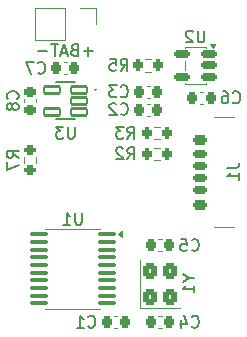
<source format=gbr>
%TF.GenerationSoftware,KiCad,Pcbnew,9.0.6*%
%TF.CreationDate,2025-11-17T13:54:39+01:00*%
%TF.ProjectId,CH32Console,43483332-436f-46e7-936f-6c652e6b6963,rev?*%
%TF.SameCoordinates,Original*%
%TF.FileFunction,Legend,Bot*%
%TF.FilePolarity,Positive*%
%FSLAX46Y46*%
G04 Gerber Fmt 4.6, Leading zero omitted, Abs format (unit mm)*
G04 Created by KiCad (PCBNEW 9.0.6) date 2025-11-17 13:54:39*
%MOMM*%
%LPD*%
G01*
G04 APERTURE LIST*
G04 Aperture macros list*
%AMRoundRect*
0 Rectangle with rounded corners*
0 $1 Rounding radius*
0 $2 $3 $4 $5 $6 $7 $8 $9 X,Y pos of 4 corners*
0 Add a 4 corners polygon primitive as box body*
4,1,4,$2,$3,$4,$5,$6,$7,$8,$9,$2,$3,0*
0 Add four circle primitives for the rounded corners*
1,1,$1+$1,$2,$3*
1,1,$1+$1,$4,$5*
1,1,$1+$1,$6,$7*
1,1,$1+$1,$8,$9*
0 Add four rect primitives between the rounded corners*
20,1,$1+$1,$2,$3,$4,$5,0*
20,1,$1+$1,$4,$5,$6,$7,0*
20,1,$1+$1,$6,$7,$8,$9,0*
20,1,$1+$1,$8,$9,$2,$3,0*%
G04 Aperture macros list end*
%ADD10C,0.150000*%
%ADD11C,0.120000*%
%ADD12C,0.127000*%
%ADD13C,0.900000*%
%ADD14RoundRect,0.150000X0.512500X0.150000X-0.512500X0.150000X-0.512500X-0.150000X0.512500X-0.150000X0*%
%ADD15RoundRect,0.102000X0.660000X0.295000X-0.660000X0.295000X-0.660000X-0.295000X0.660000X-0.295000X0*%
%ADD16RoundRect,0.225000X-0.250000X0.225000X-0.250000X-0.225000X0.250000X-0.225000X0.250000X0.225000X0*%
%ADD17RoundRect,0.225000X-0.225000X-0.250000X0.225000X-0.250000X0.225000X0.250000X-0.225000X0.250000X0*%
%ADD18R,1.700000X1.700000*%
%ADD19C,1.700000*%
%ADD20RoundRect,0.225000X0.225000X0.250000X-0.225000X0.250000X-0.225000X-0.250000X0.225000X-0.250000X0*%
%ADD21RoundRect,0.100000X0.637500X0.100000X-0.637500X0.100000X-0.637500X-0.100000X0.637500X-0.100000X0*%
%ADD22RoundRect,0.200000X-0.200000X-0.275000X0.200000X-0.275000X0.200000X0.275000X-0.200000X0.275000X0*%
%ADD23RoundRect,0.250000X0.350000X-0.450000X0.350000X0.450000X-0.350000X0.450000X-0.350000X-0.450000X0*%
%ADD24RoundRect,0.200000X0.200000X0.275000X-0.200000X0.275000X-0.200000X-0.275000X0.200000X-0.275000X0*%
%ADD25RoundRect,0.175000X-0.425000X0.175000X-0.425000X-0.175000X0.425000X-0.175000X0.425000X0.175000X0*%
%ADD26RoundRect,0.190000X0.410000X-0.190000X0.410000X0.190000X-0.410000X0.190000X-0.410000X-0.190000X0*%
%ADD27RoundRect,0.200000X0.400000X-0.200000X0.400000X0.200000X-0.400000X0.200000X-0.400000X-0.200000X0*%
%ADD28RoundRect,0.175000X0.425000X-0.175000X0.425000X0.175000X-0.425000X0.175000X-0.425000X-0.175000X0*%
%ADD29RoundRect,0.190000X-0.410000X0.190000X-0.410000X-0.190000X0.410000X-0.190000X0.410000X0.190000X0*%
%ADD30RoundRect,0.200000X-0.400000X0.200000X-0.400000X-0.200000X0.400000X-0.200000X0.400000X0.200000X0*%
%ADD31O,1.700000X1.100000*%
%ADD32RoundRect,0.200000X-0.275000X0.200000X-0.275000X-0.200000X0.275000X-0.200000X0.275000X0.200000X0*%
G04 APERTURE END LIST*
D10*
X180011904Y-67804819D02*
X180011904Y-68614342D01*
X180011904Y-68614342D02*
X179964285Y-68709580D01*
X179964285Y-68709580D02*
X179916666Y-68757200D01*
X179916666Y-68757200D02*
X179821428Y-68804819D01*
X179821428Y-68804819D02*
X179630952Y-68804819D01*
X179630952Y-68804819D02*
X179535714Y-68757200D01*
X179535714Y-68757200D02*
X179488095Y-68709580D01*
X179488095Y-68709580D02*
X179440476Y-68614342D01*
X179440476Y-68614342D02*
X179440476Y-67804819D01*
X179011904Y-67900057D02*
X178964285Y-67852438D01*
X178964285Y-67852438D02*
X178869047Y-67804819D01*
X178869047Y-67804819D02*
X178630952Y-67804819D01*
X178630952Y-67804819D02*
X178535714Y-67852438D01*
X178535714Y-67852438D02*
X178488095Y-67900057D01*
X178488095Y-67900057D02*
X178440476Y-67995295D01*
X178440476Y-67995295D02*
X178440476Y-68090533D01*
X178440476Y-68090533D02*
X178488095Y-68233390D01*
X178488095Y-68233390D02*
X179059523Y-68804819D01*
X179059523Y-68804819D02*
X178440476Y-68804819D01*
X169011904Y-75954819D02*
X169011904Y-76764342D01*
X169011904Y-76764342D02*
X168964285Y-76859580D01*
X168964285Y-76859580D02*
X168916666Y-76907200D01*
X168916666Y-76907200D02*
X168821428Y-76954819D01*
X168821428Y-76954819D02*
X168630952Y-76954819D01*
X168630952Y-76954819D02*
X168535714Y-76907200D01*
X168535714Y-76907200D02*
X168488095Y-76859580D01*
X168488095Y-76859580D02*
X168440476Y-76764342D01*
X168440476Y-76764342D02*
X168440476Y-75954819D01*
X168059523Y-75954819D02*
X167440476Y-75954819D01*
X167440476Y-75954819D02*
X167773809Y-76335771D01*
X167773809Y-76335771D02*
X167630952Y-76335771D01*
X167630952Y-76335771D02*
X167535714Y-76383390D01*
X167535714Y-76383390D02*
X167488095Y-76431009D01*
X167488095Y-76431009D02*
X167440476Y-76526247D01*
X167440476Y-76526247D02*
X167440476Y-76764342D01*
X167440476Y-76764342D02*
X167488095Y-76859580D01*
X167488095Y-76859580D02*
X167535714Y-76907200D01*
X167535714Y-76907200D02*
X167630952Y-76954819D01*
X167630952Y-76954819D02*
X167916666Y-76954819D01*
X167916666Y-76954819D02*
X168011904Y-76907200D01*
X168011904Y-76907200D02*
X168059523Y-76859580D01*
X164179580Y-73583333D02*
X164227200Y-73535714D01*
X164227200Y-73535714D02*
X164274819Y-73392857D01*
X164274819Y-73392857D02*
X164274819Y-73297619D01*
X164274819Y-73297619D02*
X164227200Y-73154762D01*
X164227200Y-73154762D02*
X164131961Y-73059524D01*
X164131961Y-73059524D02*
X164036723Y-73011905D01*
X164036723Y-73011905D02*
X163846247Y-72964286D01*
X163846247Y-72964286D02*
X163703390Y-72964286D01*
X163703390Y-72964286D02*
X163512914Y-73011905D01*
X163512914Y-73011905D02*
X163417676Y-73059524D01*
X163417676Y-73059524D02*
X163322438Y-73154762D01*
X163322438Y-73154762D02*
X163274819Y-73297619D01*
X163274819Y-73297619D02*
X163274819Y-73392857D01*
X163274819Y-73392857D02*
X163322438Y-73535714D01*
X163322438Y-73535714D02*
X163370057Y-73583333D01*
X163703390Y-74154762D02*
X163655771Y-74059524D01*
X163655771Y-74059524D02*
X163608152Y-74011905D01*
X163608152Y-74011905D02*
X163512914Y-73964286D01*
X163512914Y-73964286D02*
X163465295Y-73964286D01*
X163465295Y-73964286D02*
X163370057Y-74011905D01*
X163370057Y-74011905D02*
X163322438Y-74059524D01*
X163322438Y-74059524D02*
X163274819Y-74154762D01*
X163274819Y-74154762D02*
X163274819Y-74345238D01*
X163274819Y-74345238D02*
X163322438Y-74440476D01*
X163322438Y-74440476D02*
X163370057Y-74488095D01*
X163370057Y-74488095D02*
X163465295Y-74535714D01*
X163465295Y-74535714D02*
X163512914Y-74535714D01*
X163512914Y-74535714D02*
X163608152Y-74488095D01*
X163608152Y-74488095D02*
X163655771Y-74440476D01*
X163655771Y-74440476D02*
X163703390Y-74345238D01*
X163703390Y-74345238D02*
X163703390Y-74154762D01*
X163703390Y-74154762D02*
X163751009Y-74059524D01*
X163751009Y-74059524D02*
X163798628Y-74011905D01*
X163798628Y-74011905D02*
X163893866Y-73964286D01*
X163893866Y-73964286D02*
X164084342Y-73964286D01*
X164084342Y-73964286D02*
X164179580Y-74011905D01*
X164179580Y-74011905D02*
X164227200Y-74059524D01*
X164227200Y-74059524D02*
X164274819Y-74154762D01*
X164274819Y-74154762D02*
X164274819Y-74345238D01*
X164274819Y-74345238D02*
X164227200Y-74440476D01*
X164227200Y-74440476D02*
X164179580Y-74488095D01*
X164179580Y-74488095D02*
X164084342Y-74535714D01*
X164084342Y-74535714D02*
X163893866Y-74535714D01*
X163893866Y-74535714D02*
X163798628Y-74488095D01*
X163798628Y-74488095D02*
X163751009Y-74440476D01*
X163751009Y-74440476D02*
X163703390Y-74345238D01*
X170166666Y-92859580D02*
X170214285Y-92907200D01*
X170214285Y-92907200D02*
X170357142Y-92954819D01*
X170357142Y-92954819D02*
X170452380Y-92954819D01*
X170452380Y-92954819D02*
X170595237Y-92907200D01*
X170595237Y-92907200D02*
X170690475Y-92811961D01*
X170690475Y-92811961D02*
X170738094Y-92716723D01*
X170738094Y-92716723D02*
X170785713Y-92526247D01*
X170785713Y-92526247D02*
X170785713Y-92383390D01*
X170785713Y-92383390D02*
X170738094Y-92192914D01*
X170738094Y-92192914D02*
X170690475Y-92097676D01*
X170690475Y-92097676D02*
X170595237Y-92002438D01*
X170595237Y-92002438D02*
X170452380Y-91954819D01*
X170452380Y-91954819D02*
X170357142Y-91954819D01*
X170357142Y-91954819D02*
X170214285Y-92002438D01*
X170214285Y-92002438D02*
X170166666Y-92050057D01*
X169214285Y-92954819D02*
X169785713Y-92954819D01*
X169499999Y-92954819D02*
X169499999Y-91954819D01*
X169499999Y-91954819D02*
X169595237Y-92097676D01*
X169595237Y-92097676D02*
X169690475Y-92192914D01*
X169690475Y-92192914D02*
X169785713Y-92240533D01*
X170559523Y-69573866D02*
X169797619Y-69573866D01*
X170178571Y-69954819D02*
X170178571Y-69192914D01*
X168988095Y-69431009D02*
X168845238Y-69478628D01*
X168845238Y-69478628D02*
X168797619Y-69526247D01*
X168797619Y-69526247D02*
X168750000Y-69621485D01*
X168750000Y-69621485D02*
X168750000Y-69764342D01*
X168750000Y-69764342D02*
X168797619Y-69859580D01*
X168797619Y-69859580D02*
X168845238Y-69907200D01*
X168845238Y-69907200D02*
X168940476Y-69954819D01*
X168940476Y-69954819D02*
X169321428Y-69954819D01*
X169321428Y-69954819D02*
X169321428Y-68954819D01*
X169321428Y-68954819D02*
X168988095Y-68954819D01*
X168988095Y-68954819D02*
X168892857Y-69002438D01*
X168892857Y-69002438D02*
X168845238Y-69050057D01*
X168845238Y-69050057D02*
X168797619Y-69145295D01*
X168797619Y-69145295D02*
X168797619Y-69240533D01*
X168797619Y-69240533D02*
X168845238Y-69335771D01*
X168845238Y-69335771D02*
X168892857Y-69383390D01*
X168892857Y-69383390D02*
X168988095Y-69431009D01*
X168988095Y-69431009D02*
X169321428Y-69431009D01*
X168369047Y-69669104D02*
X167892857Y-69669104D01*
X168464285Y-69954819D02*
X168130952Y-68954819D01*
X168130952Y-68954819D02*
X167797619Y-69954819D01*
X167607142Y-68954819D02*
X167035714Y-68954819D01*
X167321428Y-69954819D02*
X167321428Y-68954819D01*
X166702380Y-69573866D02*
X165940476Y-69573866D01*
X178916666Y-86359580D02*
X178964285Y-86407200D01*
X178964285Y-86407200D02*
X179107142Y-86454819D01*
X179107142Y-86454819D02*
X179202380Y-86454819D01*
X179202380Y-86454819D02*
X179345237Y-86407200D01*
X179345237Y-86407200D02*
X179440475Y-86311961D01*
X179440475Y-86311961D02*
X179488094Y-86216723D01*
X179488094Y-86216723D02*
X179535713Y-86026247D01*
X179535713Y-86026247D02*
X179535713Y-85883390D01*
X179535713Y-85883390D02*
X179488094Y-85692914D01*
X179488094Y-85692914D02*
X179440475Y-85597676D01*
X179440475Y-85597676D02*
X179345237Y-85502438D01*
X179345237Y-85502438D02*
X179202380Y-85454819D01*
X179202380Y-85454819D02*
X179107142Y-85454819D01*
X179107142Y-85454819D02*
X178964285Y-85502438D01*
X178964285Y-85502438D02*
X178916666Y-85550057D01*
X178011904Y-85454819D02*
X178488094Y-85454819D01*
X178488094Y-85454819D02*
X178535713Y-85931009D01*
X178535713Y-85931009D02*
X178488094Y-85883390D01*
X178488094Y-85883390D02*
X178392856Y-85835771D01*
X178392856Y-85835771D02*
X178154761Y-85835771D01*
X178154761Y-85835771D02*
X178059523Y-85883390D01*
X178059523Y-85883390D02*
X178011904Y-85931009D01*
X178011904Y-85931009D02*
X177964285Y-86026247D01*
X177964285Y-86026247D02*
X177964285Y-86264342D01*
X177964285Y-86264342D02*
X178011904Y-86359580D01*
X178011904Y-86359580D02*
X178059523Y-86407200D01*
X178059523Y-86407200D02*
X178154761Y-86454819D01*
X178154761Y-86454819D02*
X178392856Y-86454819D01*
X178392856Y-86454819D02*
X178488094Y-86407200D01*
X178488094Y-86407200D02*
X178535713Y-86359580D01*
X165916666Y-71359580D02*
X165964285Y-71407200D01*
X165964285Y-71407200D02*
X166107142Y-71454819D01*
X166107142Y-71454819D02*
X166202380Y-71454819D01*
X166202380Y-71454819D02*
X166345237Y-71407200D01*
X166345237Y-71407200D02*
X166440475Y-71311961D01*
X166440475Y-71311961D02*
X166488094Y-71216723D01*
X166488094Y-71216723D02*
X166535713Y-71026247D01*
X166535713Y-71026247D02*
X166535713Y-70883390D01*
X166535713Y-70883390D02*
X166488094Y-70692914D01*
X166488094Y-70692914D02*
X166440475Y-70597676D01*
X166440475Y-70597676D02*
X166345237Y-70502438D01*
X166345237Y-70502438D02*
X166202380Y-70454819D01*
X166202380Y-70454819D02*
X166107142Y-70454819D01*
X166107142Y-70454819D02*
X165964285Y-70502438D01*
X165964285Y-70502438D02*
X165916666Y-70550057D01*
X165583332Y-70454819D02*
X164916666Y-70454819D01*
X164916666Y-70454819D02*
X165345237Y-71454819D01*
X169624404Y-83229819D02*
X169624404Y-84039342D01*
X169624404Y-84039342D02*
X169576785Y-84134580D01*
X169576785Y-84134580D02*
X169529166Y-84182200D01*
X169529166Y-84182200D02*
X169433928Y-84229819D01*
X169433928Y-84229819D02*
X169243452Y-84229819D01*
X169243452Y-84229819D02*
X169148214Y-84182200D01*
X169148214Y-84182200D02*
X169100595Y-84134580D01*
X169100595Y-84134580D02*
X169052976Y-84039342D01*
X169052976Y-84039342D02*
X169052976Y-83229819D01*
X168052976Y-84229819D02*
X168624404Y-84229819D01*
X168338690Y-84229819D02*
X168338690Y-83229819D01*
X168338690Y-83229819D02*
X168433928Y-83372676D01*
X168433928Y-83372676D02*
X168529166Y-83467914D01*
X168529166Y-83467914D02*
X168624404Y-83515533D01*
X182416666Y-73859580D02*
X182464285Y-73907200D01*
X182464285Y-73907200D02*
X182607142Y-73954819D01*
X182607142Y-73954819D02*
X182702380Y-73954819D01*
X182702380Y-73954819D02*
X182845237Y-73907200D01*
X182845237Y-73907200D02*
X182940475Y-73811961D01*
X182940475Y-73811961D02*
X182988094Y-73716723D01*
X182988094Y-73716723D02*
X183035713Y-73526247D01*
X183035713Y-73526247D02*
X183035713Y-73383390D01*
X183035713Y-73383390D02*
X182988094Y-73192914D01*
X182988094Y-73192914D02*
X182940475Y-73097676D01*
X182940475Y-73097676D02*
X182845237Y-73002438D01*
X182845237Y-73002438D02*
X182702380Y-72954819D01*
X182702380Y-72954819D02*
X182607142Y-72954819D01*
X182607142Y-72954819D02*
X182464285Y-73002438D01*
X182464285Y-73002438D02*
X182416666Y-73050057D01*
X181559523Y-72954819D02*
X181749999Y-72954819D01*
X181749999Y-72954819D02*
X181845237Y-73002438D01*
X181845237Y-73002438D02*
X181892856Y-73050057D01*
X181892856Y-73050057D02*
X181988094Y-73192914D01*
X181988094Y-73192914D02*
X182035713Y-73383390D01*
X182035713Y-73383390D02*
X182035713Y-73764342D01*
X182035713Y-73764342D02*
X181988094Y-73859580D01*
X181988094Y-73859580D02*
X181940475Y-73907200D01*
X181940475Y-73907200D02*
X181845237Y-73954819D01*
X181845237Y-73954819D02*
X181654761Y-73954819D01*
X181654761Y-73954819D02*
X181559523Y-73907200D01*
X181559523Y-73907200D02*
X181511904Y-73859580D01*
X181511904Y-73859580D02*
X181464285Y-73764342D01*
X181464285Y-73764342D02*
X181464285Y-73526247D01*
X181464285Y-73526247D02*
X181511904Y-73431009D01*
X181511904Y-73431009D02*
X181559523Y-73383390D01*
X181559523Y-73383390D02*
X181654761Y-73335771D01*
X181654761Y-73335771D02*
X181845237Y-73335771D01*
X181845237Y-73335771D02*
X181940475Y-73383390D01*
X181940475Y-73383390D02*
X181988094Y-73431009D01*
X181988094Y-73431009D02*
X182035713Y-73526247D01*
X172916666Y-71204819D02*
X173249999Y-70728628D01*
X173488094Y-71204819D02*
X173488094Y-70204819D01*
X173488094Y-70204819D02*
X173107142Y-70204819D01*
X173107142Y-70204819D02*
X173011904Y-70252438D01*
X173011904Y-70252438D02*
X172964285Y-70300057D01*
X172964285Y-70300057D02*
X172916666Y-70395295D01*
X172916666Y-70395295D02*
X172916666Y-70538152D01*
X172916666Y-70538152D02*
X172964285Y-70633390D01*
X172964285Y-70633390D02*
X173011904Y-70681009D01*
X173011904Y-70681009D02*
X173107142Y-70728628D01*
X173107142Y-70728628D02*
X173488094Y-70728628D01*
X172011904Y-70204819D02*
X172488094Y-70204819D01*
X172488094Y-70204819D02*
X172535713Y-70681009D01*
X172535713Y-70681009D02*
X172488094Y-70633390D01*
X172488094Y-70633390D02*
X172392856Y-70585771D01*
X172392856Y-70585771D02*
X172154761Y-70585771D01*
X172154761Y-70585771D02*
X172059523Y-70633390D01*
X172059523Y-70633390D02*
X172011904Y-70681009D01*
X172011904Y-70681009D02*
X171964285Y-70776247D01*
X171964285Y-70776247D02*
X171964285Y-71014342D01*
X171964285Y-71014342D02*
X172011904Y-71109580D01*
X172011904Y-71109580D02*
X172059523Y-71157200D01*
X172059523Y-71157200D02*
X172154761Y-71204819D01*
X172154761Y-71204819D02*
X172392856Y-71204819D01*
X172392856Y-71204819D02*
X172488094Y-71157200D01*
X172488094Y-71157200D02*
X172535713Y-71109580D01*
X178678628Y-88773809D02*
X179154819Y-88773809D01*
X178154819Y-88440476D02*
X178678628Y-88773809D01*
X178678628Y-88773809D02*
X178154819Y-89107142D01*
X179154819Y-89964285D02*
X179154819Y-89392857D01*
X179154819Y-89678571D02*
X178154819Y-89678571D01*
X178154819Y-89678571D02*
X178297676Y-89583333D01*
X178297676Y-89583333D02*
X178392914Y-89488095D01*
X178392914Y-89488095D02*
X178440533Y-89392857D01*
X172916666Y-74859580D02*
X172964285Y-74907200D01*
X172964285Y-74907200D02*
X173107142Y-74954819D01*
X173107142Y-74954819D02*
X173202380Y-74954819D01*
X173202380Y-74954819D02*
X173345237Y-74907200D01*
X173345237Y-74907200D02*
X173440475Y-74811961D01*
X173440475Y-74811961D02*
X173488094Y-74716723D01*
X173488094Y-74716723D02*
X173535713Y-74526247D01*
X173535713Y-74526247D02*
X173535713Y-74383390D01*
X173535713Y-74383390D02*
X173488094Y-74192914D01*
X173488094Y-74192914D02*
X173440475Y-74097676D01*
X173440475Y-74097676D02*
X173345237Y-74002438D01*
X173345237Y-74002438D02*
X173202380Y-73954819D01*
X173202380Y-73954819D02*
X173107142Y-73954819D01*
X173107142Y-73954819D02*
X172964285Y-74002438D01*
X172964285Y-74002438D02*
X172916666Y-74050057D01*
X172535713Y-74050057D02*
X172488094Y-74002438D01*
X172488094Y-74002438D02*
X172392856Y-73954819D01*
X172392856Y-73954819D02*
X172154761Y-73954819D01*
X172154761Y-73954819D02*
X172059523Y-74002438D01*
X172059523Y-74002438D02*
X172011904Y-74050057D01*
X172011904Y-74050057D02*
X171964285Y-74145295D01*
X171964285Y-74145295D02*
X171964285Y-74240533D01*
X171964285Y-74240533D02*
X172011904Y-74383390D01*
X172011904Y-74383390D02*
X172583332Y-74954819D01*
X172583332Y-74954819D02*
X171964285Y-74954819D01*
X172916666Y-73359580D02*
X172964285Y-73407200D01*
X172964285Y-73407200D02*
X173107142Y-73454819D01*
X173107142Y-73454819D02*
X173202380Y-73454819D01*
X173202380Y-73454819D02*
X173345237Y-73407200D01*
X173345237Y-73407200D02*
X173440475Y-73311961D01*
X173440475Y-73311961D02*
X173488094Y-73216723D01*
X173488094Y-73216723D02*
X173535713Y-73026247D01*
X173535713Y-73026247D02*
X173535713Y-72883390D01*
X173535713Y-72883390D02*
X173488094Y-72692914D01*
X173488094Y-72692914D02*
X173440475Y-72597676D01*
X173440475Y-72597676D02*
X173345237Y-72502438D01*
X173345237Y-72502438D02*
X173202380Y-72454819D01*
X173202380Y-72454819D02*
X173107142Y-72454819D01*
X173107142Y-72454819D02*
X172964285Y-72502438D01*
X172964285Y-72502438D02*
X172916666Y-72550057D01*
X172583332Y-72454819D02*
X171964285Y-72454819D01*
X171964285Y-72454819D02*
X172297618Y-72835771D01*
X172297618Y-72835771D02*
X172154761Y-72835771D01*
X172154761Y-72835771D02*
X172059523Y-72883390D01*
X172059523Y-72883390D02*
X172011904Y-72931009D01*
X172011904Y-72931009D02*
X171964285Y-73026247D01*
X171964285Y-73026247D02*
X171964285Y-73264342D01*
X171964285Y-73264342D02*
X172011904Y-73359580D01*
X172011904Y-73359580D02*
X172059523Y-73407200D01*
X172059523Y-73407200D02*
X172154761Y-73454819D01*
X172154761Y-73454819D02*
X172440475Y-73454819D01*
X172440475Y-73454819D02*
X172535713Y-73407200D01*
X172535713Y-73407200D02*
X172583332Y-73359580D01*
X178916666Y-92859580D02*
X178964285Y-92907200D01*
X178964285Y-92907200D02*
X179107142Y-92954819D01*
X179107142Y-92954819D02*
X179202380Y-92954819D01*
X179202380Y-92954819D02*
X179345237Y-92907200D01*
X179345237Y-92907200D02*
X179440475Y-92811961D01*
X179440475Y-92811961D02*
X179488094Y-92716723D01*
X179488094Y-92716723D02*
X179535713Y-92526247D01*
X179535713Y-92526247D02*
X179535713Y-92383390D01*
X179535713Y-92383390D02*
X179488094Y-92192914D01*
X179488094Y-92192914D02*
X179440475Y-92097676D01*
X179440475Y-92097676D02*
X179345237Y-92002438D01*
X179345237Y-92002438D02*
X179202380Y-91954819D01*
X179202380Y-91954819D02*
X179107142Y-91954819D01*
X179107142Y-91954819D02*
X178964285Y-92002438D01*
X178964285Y-92002438D02*
X178916666Y-92050057D01*
X178059523Y-92288152D02*
X178059523Y-92954819D01*
X178297618Y-91907200D02*
X178535713Y-92621485D01*
X178535713Y-92621485D02*
X177916666Y-92621485D01*
X173491666Y-76954819D02*
X173824999Y-76478628D01*
X174063094Y-76954819D02*
X174063094Y-75954819D01*
X174063094Y-75954819D02*
X173682142Y-75954819D01*
X173682142Y-75954819D02*
X173586904Y-76002438D01*
X173586904Y-76002438D02*
X173539285Y-76050057D01*
X173539285Y-76050057D02*
X173491666Y-76145295D01*
X173491666Y-76145295D02*
X173491666Y-76288152D01*
X173491666Y-76288152D02*
X173539285Y-76383390D01*
X173539285Y-76383390D02*
X173586904Y-76431009D01*
X173586904Y-76431009D02*
X173682142Y-76478628D01*
X173682142Y-76478628D02*
X174063094Y-76478628D01*
X173158332Y-75954819D02*
X172539285Y-75954819D01*
X172539285Y-75954819D02*
X172872618Y-76335771D01*
X172872618Y-76335771D02*
X172729761Y-76335771D01*
X172729761Y-76335771D02*
X172634523Y-76383390D01*
X172634523Y-76383390D02*
X172586904Y-76431009D01*
X172586904Y-76431009D02*
X172539285Y-76526247D01*
X172539285Y-76526247D02*
X172539285Y-76764342D01*
X172539285Y-76764342D02*
X172586904Y-76859580D01*
X172586904Y-76859580D02*
X172634523Y-76907200D01*
X172634523Y-76907200D02*
X172729761Y-76954819D01*
X172729761Y-76954819D02*
X173015475Y-76954819D01*
X173015475Y-76954819D02*
X173110713Y-76907200D01*
X173110713Y-76907200D02*
X173158332Y-76859580D01*
X181954819Y-79416666D02*
X182669104Y-79416666D01*
X182669104Y-79416666D02*
X182811961Y-79369047D01*
X182811961Y-79369047D02*
X182907200Y-79273809D01*
X182907200Y-79273809D02*
X182954819Y-79130952D01*
X182954819Y-79130952D02*
X182954819Y-79035714D01*
X182954819Y-80416666D02*
X182954819Y-79845238D01*
X182954819Y-80130952D02*
X181954819Y-80130952D01*
X181954819Y-80130952D02*
X182097676Y-80035714D01*
X182097676Y-80035714D02*
X182192914Y-79940476D01*
X182192914Y-79940476D02*
X182240533Y-79845238D01*
X164274819Y-78583333D02*
X163798628Y-78250000D01*
X164274819Y-78011905D02*
X163274819Y-78011905D01*
X163274819Y-78011905D02*
X163274819Y-78392857D01*
X163274819Y-78392857D02*
X163322438Y-78488095D01*
X163322438Y-78488095D02*
X163370057Y-78535714D01*
X163370057Y-78535714D02*
X163465295Y-78583333D01*
X163465295Y-78583333D02*
X163608152Y-78583333D01*
X163608152Y-78583333D02*
X163703390Y-78535714D01*
X163703390Y-78535714D02*
X163751009Y-78488095D01*
X163751009Y-78488095D02*
X163798628Y-78392857D01*
X163798628Y-78392857D02*
X163798628Y-78011905D01*
X163274819Y-78916667D02*
X163274819Y-79583333D01*
X163274819Y-79583333D02*
X164274819Y-79154762D01*
X173491666Y-78704819D02*
X173824999Y-78228628D01*
X174063094Y-78704819D02*
X174063094Y-77704819D01*
X174063094Y-77704819D02*
X173682142Y-77704819D01*
X173682142Y-77704819D02*
X173586904Y-77752438D01*
X173586904Y-77752438D02*
X173539285Y-77800057D01*
X173539285Y-77800057D02*
X173491666Y-77895295D01*
X173491666Y-77895295D02*
X173491666Y-78038152D01*
X173491666Y-78038152D02*
X173539285Y-78133390D01*
X173539285Y-78133390D02*
X173586904Y-78181009D01*
X173586904Y-78181009D02*
X173682142Y-78228628D01*
X173682142Y-78228628D02*
X174063094Y-78228628D01*
X173110713Y-77800057D02*
X173063094Y-77752438D01*
X173063094Y-77752438D02*
X172967856Y-77704819D01*
X172967856Y-77704819D02*
X172729761Y-77704819D01*
X172729761Y-77704819D02*
X172634523Y-77752438D01*
X172634523Y-77752438D02*
X172586904Y-77800057D01*
X172586904Y-77800057D02*
X172539285Y-77895295D01*
X172539285Y-77895295D02*
X172539285Y-77990533D01*
X172539285Y-77990533D02*
X172586904Y-78133390D01*
X172586904Y-78133390D02*
X173158332Y-78704819D01*
X173158332Y-78704819D02*
X172539285Y-78704819D01*
D11*
%TO.C,U2*%
X178340000Y-69190000D02*
X178340000Y-69240000D01*
X178340000Y-70360000D02*
X178340000Y-71140000D01*
X178340000Y-72260000D02*
X178340000Y-72310000D01*
X178340000Y-72310000D02*
X180160000Y-72310000D01*
X180160000Y-69190000D02*
X178340000Y-69190000D01*
X180160000Y-69240000D02*
X180160000Y-69190000D01*
X180160000Y-72310000D02*
X180160000Y-72260000D01*
X180700000Y-69240000D02*
X180460000Y-68910000D01*
X180940000Y-68910000D01*
X180700000Y-69240000D01*
G36*
X180700000Y-69240000D02*
G01*
X180460000Y-68910000D01*
X180940000Y-68910000D01*
X180700000Y-69240000D01*
G37*
D12*
%TO.C,U3*%
X167450000Y-75309000D02*
X169050000Y-75309000D01*
X169050000Y-72191000D02*
X167450000Y-72191000D01*
D10*
X170840000Y-72800000D02*
G75*
G02*
X170740000Y-72800000I-50000J0D01*
G01*
X170740000Y-72800000D02*
G75*
G02*
X170840000Y-72800000I50000J0D01*
G01*
D11*
%TO.C,C8*%
X164740000Y-73609420D02*
X164740000Y-73890580D01*
X165760000Y-73609420D02*
X165760000Y-73890580D01*
%TO.C,C1*%
X172359420Y-91990000D02*
X172640580Y-91990000D01*
X172359420Y-93010000D02*
X172640580Y-93010000D01*
%TO.C,+BAT-*%
X165630000Y-68580000D02*
X165630000Y-65920000D01*
X168230000Y-65920000D02*
X165630000Y-65920000D01*
X168230000Y-68580000D02*
X165630000Y-68580000D01*
X168230000Y-68580000D02*
X168230000Y-65920000D01*
X170830000Y-65920000D02*
X169500000Y-65920000D01*
X170830000Y-67250000D02*
X170830000Y-65920000D01*
%TO.C,C5*%
X176390580Y-85490000D02*
X176109420Y-85490000D01*
X176390580Y-86510000D02*
X176109420Y-86510000D01*
%TO.C,C7*%
X168365580Y-70490000D02*
X168084420Y-70490000D01*
X168365580Y-71510000D02*
X168084420Y-71510000D01*
%TO.C,U1*%
X166552500Y-91360000D02*
X171172500Y-91360000D01*
X171172500Y-84590000D02*
X166552500Y-84590000D01*
X173052500Y-85285000D02*
X172722500Y-85045000D01*
X173052500Y-84805000D01*
X173052500Y-85285000D01*
G36*
X173052500Y-85285000D02*
G01*
X172722500Y-85045000D01*
X173052500Y-84805000D01*
X173052500Y-85285000D01*
G37*
%TO.C,C6*%
X179890580Y-72990000D02*
X179609420Y-72990000D01*
X179890580Y-74010000D02*
X179609420Y-74010000D01*
%TO.C,R5*%
X175012742Y-70227500D02*
X175487258Y-70227500D01*
X175012742Y-71272500D02*
X175487258Y-71272500D01*
%TO.C,Y1*%
X174540000Y-91310000D02*
X174540000Y-87190000D01*
X177960000Y-91310000D02*
X174540000Y-91310000D01*
%TO.C,C2*%
X175390580Y-73990000D02*
X175109420Y-73990000D01*
X175390580Y-75010000D02*
X175109420Y-75010000D01*
%TO.C,C3*%
X175390580Y-72490000D02*
X175109420Y-72490000D01*
X175390580Y-73510000D02*
X175109420Y-73510000D01*
%TO.C,C4*%
X176109420Y-91990000D02*
X176390580Y-91990000D01*
X176109420Y-93010000D02*
X176390580Y-93010000D01*
%TO.C,R3*%
X176237258Y-75977500D02*
X175762742Y-75977500D01*
X176237258Y-77022500D02*
X175762742Y-77022500D01*
%TO.C,J1*%
X182500000Y-75130000D02*
X180800000Y-75130000D01*
X182500000Y-84470000D02*
X180800000Y-84470000D01*
%TO.C,R7*%
X164727500Y-78512742D02*
X164727500Y-78987258D01*
X165772500Y-78512742D02*
X165772500Y-78987258D01*
%TO.C,R2*%
X176237258Y-77727500D02*
X175762742Y-77727500D01*
X176237258Y-78772500D02*
X175762742Y-78772500D01*
%TD*%
%LPC*%
D13*
%TO.C,S1*%
X148000000Y-66250000D03*
X145000000Y-66250000D03*
%TD*%
D14*
%TO.C,U2*%
X180387500Y-69800000D03*
X180387500Y-70750000D03*
X180387500Y-71700000D03*
X178112500Y-71700000D03*
X178112500Y-69800000D03*
%TD*%
D15*
%TO.C,U3*%
X169395000Y-72800000D03*
X169395000Y-73750000D03*
X169395000Y-74700000D03*
X167105000Y-74700000D03*
X167105000Y-72800000D03*
%TD*%
D16*
%TO.C,C8*%
X165250000Y-72975000D03*
X165250000Y-74525000D03*
%TD*%
D17*
%TO.C,C1*%
X171725000Y-92500000D03*
X173275000Y-92500000D03*
%TD*%
D18*
%TO.C,+BAT-*%
X169500000Y-67250000D03*
D19*
X166960000Y-67250000D03*
%TD*%
D20*
%TO.C,C5*%
X177025000Y-86000000D03*
X175475000Y-86000000D03*
%TD*%
%TO.C,C7*%
X169000000Y-71000000D03*
X167450000Y-71000000D03*
%TD*%
D21*
%TO.C,U1*%
X171725000Y-85050000D03*
X171725000Y-85700000D03*
X171725000Y-86350000D03*
X171725000Y-87000000D03*
X171725000Y-87650000D03*
X171725000Y-88300000D03*
X171725000Y-88950000D03*
X171725000Y-89600000D03*
X171725000Y-90250000D03*
X171725000Y-90900000D03*
X166000000Y-90900000D03*
X166000000Y-90250000D03*
X166000000Y-89600000D03*
X166000000Y-88950000D03*
X166000000Y-88300000D03*
X166000000Y-87650000D03*
X166000000Y-87000000D03*
X166000000Y-86350000D03*
X166000000Y-85700000D03*
X166000000Y-85050000D03*
%TD*%
D20*
%TO.C,C6*%
X180525000Y-73500000D03*
X178975000Y-73500000D03*
%TD*%
D22*
%TO.C,R5*%
X174425000Y-70750000D03*
X176075000Y-70750000D03*
%TD*%
D23*
%TO.C,Y1*%
X175400000Y-90350000D03*
X175400000Y-88150000D03*
X177100000Y-88150000D03*
X177100000Y-90350000D03*
%TD*%
D20*
%TO.C,C2*%
X176025000Y-74500000D03*
X174475000Y-74500000D03*
%TD*%
%TO.C,C3*%
X176025000Y-73000000D03*
X174475000Y-73000000D03*
%TD*%
D17*
%TO.C,C4*%
X175475000Y-92500000D03*
X177025000Y-92500000D03*
%TD*%
D24*
%TO.C,R3*%
X176825000Y-76500000D03*
X175175000Y-76500000D03*
%TD*%
D25*
%TO.C,J1*%
X179670000Y-79300000D03*
D26*
X179670000Y-81320000D03*
D27*
X179670000Y-82550000D03*
D28*
X179670000Y-80300000D03*
D29*
X179670000Y-78280000D03*
D30*
X179670000Y-77050000D03*
D31*
X183550000Y-75480000D03*
X179750000Y-75480000D03*
X183550000Y-84120000D03*
X179750000Y-84120000D03*
%TD*%
D32*
%TO.C,R7*%
X165250000Y-77925000D03*
X165250000Y-79575000D03*
%TD*%
D24*
%TO.C,R2*%
X176825000Y-78250000D03*
X175175000Y-78250000D03*
%TD*%
%LPD*%
M02*

</source>
